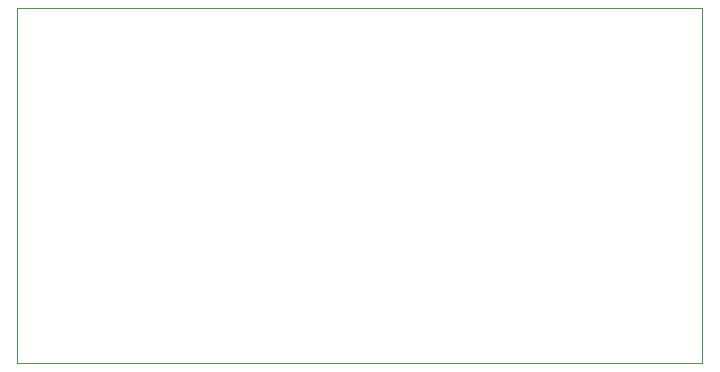
<source format=gbr>
%TF.GenerationSoftware,KiCad,Pcbnew,5.1.8+dfsg1-1~bpo10+1*%
%TF.CreationDate,2020-11-21T14:30:28+03:00*%
%TF.ProjectId,ADCandDAC,41444361-6e64-4444-9143-2e6b69636164,rev?*%
%TF.SameCoordinates,Original*%
%TF.FileFunction,Profile,NP*%
%FSLAX46Y46*%
G04 Gerber Fmt 4.6, Leading zero omitted, Abs format (unit mm)*
G04 Created by KiCad (PCBNEW 5.1.8+dfsg1-1~bpo10+1) date 2020-11-21 14:30:28*
%MOMM*%
%LPD*%
G01*
G04 APERTURE LIST*
%TA.AperFunction,Profile*%
%ADD10C,0.050000*%
%TD*%
G04 APERTURE END LIST*
D10*
X1550000Y1500000D02*
X59550000Y1500000D01*
X1550000Y31500000D02*
X59550000Y31500000D01*
X59550000Y1500000D02*
X59550000Y31500000D01*
X1550000Y31500000D02*
X1550000Y1500000D01*
M02*

</source>
